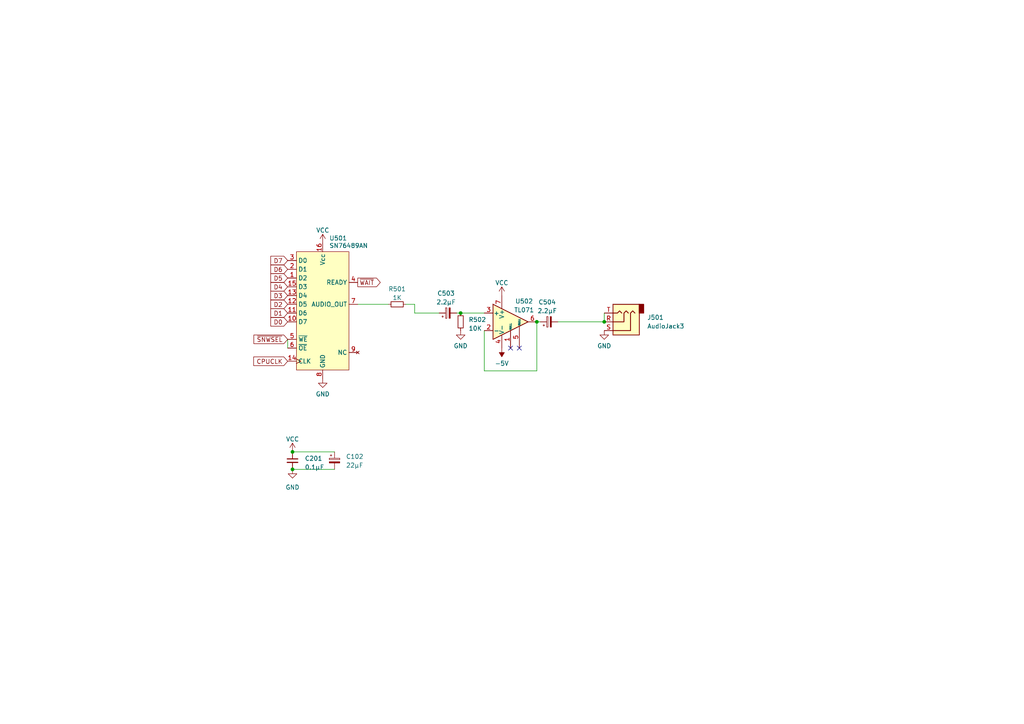
<source format=kicad_sch>
(kicad_sch (version 20230121) (generator eeschema)
  (paper "A4")
  (title_block (title "CoPicoVision") (date "2024-10-12") (rev "0.2") (company "(c) 2024 Jason R. Thorpe.  See LICENSE."))
  (lib_symbols
    (symbol "Amplifier_Operational:TL071" (pin_names (offset 0.127))
      (property "Reference" "U" (at 0 6.35 0))
      (property "Value" "TL071" (at 0 3.81 0))
      (symbol "TL071_0_1"
        (polyline (pts (xy -5.08 5.08) (xy 5.08 0) (xy -5.08 -5.08) (xy -5.08 5.08)) (stroke (width 0.254)) (fill (type background)))
      )
      (symbol "TL071_1_1"
        (pin input line (at 0 -7.62 90) (length 5.08) (name "NULL") (number "1"))
        (pin input line (at -7.62 -2.54 0) (length 2.54) (name "-") (number "2"))
        (pin input line (at -7.62 2.54 0) (length 2.54) (name "+") (number "3"))
        (pin power_in line (at -2.54 -7.62 90) (length 3.81) (name "V-") (number "4"))
        (pin input line (at 2.54 -7.62 90) (length 6.35) (name "NULL") (number "5"))
        (pin output line (at 7.62 0 180) (length 2.54) (name "~") (number "6"))
        (pin power_in line (at -2.54 7.62 270) (length 3.81) (name "V+") (number "7"))
        (pin no_connect line (at 0 2.54 270) (length 2.54) hide (name "NC") (number "8"))
      )
    )
    (symbol "Connector_Audio:AudioJack3"
      (property "Reference" "J" (at 0 8.89 0))
      (property "Value" "AudioJack3" (at 0 6.35 0))
      (symbol "AudioJack3_0_1"
        (rectangle (start -5.08 -5.08) (end -6.35 -2.54) (stroke (width 0.254)) (fill (type outline)))
        (polyline (pts (xy 0 -2.54) (xy 0.635 -3.175) (xy 1.27 -2.54) (xy 2.54 -2.54)) (stroke (width 0.254)))
        (polyline (pts (xy -1.905 -2.54) (xy -1.27 -3.175) (xy -0.635 -2.54) (xy -0.635 0) (xy 2.54 0)) (stroke (width 0.254)))
        (polyline (pts (xy 2.54 2.54) (xy -2.54 2.54) (xy -2.54 -2.54) (xy -3.175 -3.175) (xy -3.81 -2.54)) (stroke (width 0.254)))
        (rectangle (start 2.54 3.81) (end -5.08 -5.08) (stroke (width 0.254)) (fill (type background)))
      )
      (symbol "AudioJack3_1_1"
        (pin passive line (at 5.08 0 180) (length 2.54) (name "~") (number "R"))
        (pin passive line (at 5.08 2.54 180) (length 2.54) (name "~") (number "S"))
        (pin passive line (at 5.08 -2.54 180) (length 2.54) (name "~") (number "T"))
      )
    )
    (symbol "Device:C_Polarized_Small" (pin_numbers hide) (pin_names (offset 0.254) hide)
      (property "Reference" "C" (at 0.254 1.778 0))
      (property "Value" "C_Polarized_Small" (at 0.254 -2.032 0))
      (symbol "C_Polarized_Small_0_1"
        (rectangle (start -1.524 -0.3048) (end 1.524 -0.6858) (fill (type outline)))
        (rectangle (start -1.524 0.6858) (end 1.524 0.3048))
        (polyline (pts (xy -1.27 1.524) (xy -0.762 1.524)))
        (polyline (pts (xy -1.016 1.27) (xy -1.016 1.778)))
      )
      (symbol "C_Polarized_Small_1_1"
        (pin passive line (at 0 2.54 270) (length 1.8542) (name "~") (number "1"))
        (pin passive line (at 0 -2.54 90) (length 1.8542) (name "~") (number "2"))
      )
    )
    (symbol "Device:C_Small" (pin_numbers hide) (pin_names (offset 0.254) hide)
      (property "Reference" "C" (at 0.254 1.778 0))
      (property "Value" "C_Small" (at 0.254 -2.032 0))
      (symbol "C_Small_0_1"
        (polyline (pts (xy -1.524 -0.508) (xy 1.524 -0.508)) (stroke (width 0.3302)))
        (polyline (pts (xy -1.524 0.508) (xy 1.524 0.508)) (stroke (width 0.3048)))
      )
      (symbol "C_Small_1_1"
        (pin passive line (at 0 2.54 270) (length 2.032) (name "~") (number "1"))
        (pin passive line (at 0 -2.54 90) (length 2.032) (name "~") (number "2"))
      )
    )
    (symbol "Device:R_Small" (pin_numbers hide) (pin_names (offset 0.254) hide)
      (property "Reference" "R" (at 0.762 0.508 0))
      (property "Value" "R_Small" (at 0.762 -1.016 0))
      (symbol "R_Small_0_1"
        (rectangle (start -0.762 1.778) (end 0.762 -1.778) (stroke (width 0.2032)))
      )
      (symbol "R_Small_1_1"
        (pin passive line (at 0 2.54 270) (length 0.762) (name "~") (number "1"))
        (pin passive line (at 0 -2.54 90) (length 0.762) (name "~") (number "2"))
      )
    )
    (symbol "jrt-ICs:SN76489AN"
      (property "Reference" "U" (at 12.7 5.08 0))
      (property "Value" "SN76489AN" (at 15.24 2.54 0))
      (symbol "SN76489AN_1_1"
        (rectangle (start 0 0) (end 15.24 -34.29) (fill (type background)))
        (pin input line (at -2.54 -7.62 0) (length 2.54) (name "D2") (number "1"))
        (pin input line (at -2.54 -20.32 0) (length 2.54) (name "D7") (number "10"))
        (pin input line (at -2.54 -17.78 0) (length 2.54) (name "D6") (number "11"))
        (pin input line (at -2.54 -15.24 0) (length 2.54) (name "D5") (number "12"))
        (pin input line (at -2.54 -12.7 0) (length 2.54) (name "D4") (number "13"))
        (pin input clock (at -2.54 -31.75 0) (length 2.54) (name "CLK") (number "14"))
        (pin input line (at -2.54 -10.16 0) (length 2.54) (name "D3") (number "15"))
        (pin power_in line (at 7.62 2.54 270) (length 2.54) (name "Vcc") (number "16"))
        (pin input line (at -2.54 -5.08 0) (length 2.54) (name "D1") (number "2"))
        (pin input line (at -2.54 -2.54 0) (length 2.54) (name "D0") (number "3"))
        (pin open_collector line (at 17.78 -8.89 180) (length 2.54) (name "READY") (number "4"))
        (pin input line (at -2.54 -25.4 0) (length 2.54) (name "~{WE}") (number "5"))
        (pin input line (at -2.54 -27.94 0) (length 2.54) (name "~{OE}") (number "6"))
        (pin output line (at 17.78 -15.24 180) (length 2.54) (name "AUDIO_OUT") (number "7"))
        (pin power_in line (at 7.62 -36.83 90) (length 2.54) (name "GND") (number "8"))
        (pin no_connect line (at 17.78 -29.21 180) (length 2.54) (name "NC") (number "9"))
      )
    )
    (symbol "power:-5V" (power) (pin_names (offset 0))
      (property "Value" "-5V" (at 0 3.81 0))
      (symbol "-5V_0_0"
        (pin power_in line (at 0 0 90) (length 0) hide (name "-5V") (number "1"))
      )
      (symbol "-5V_0_1"
        (polyline (pts (xy 0 0) (xy 0 1.27) (xy 0.762 1.27) (xy 0 2.54) (xy -0.762 1.27) (xy 0 1.27)) (fill (type outline)))
      )
    )
    (symbol "power:GND" (power) (pin_names (offset 0))
      (property "Value" "GND" (at 0 -3.81 0))
      (symbol "GND_0_1"
        (polyline (pts (xy 0 0) (xy 0 -1.27) (xy 1.27 -1.27) (xy 0 -2.54) (xy -1.27 -1.27) (xy 0 -1.27)))
      )
      (symbol "GND_1_1"
        (pin power_in line (at 0 0 270) (length 0) hide (name "GND") (number "1"))
      )
    )
    (symbol "power:VCC" (power) (pin_names (offset 0))
      (property "Value" "VCC" (at 0 3.81 0))
      (symbol "VCC_0_1"
        (polyline (pts (xy -0.762 1.27) (xy 0 2.54)))
        (polyline (pts (xy 0 0) (xy 0 2.54)))
        (polyline (pts (xy 0 2.54) (xy 0.762 1.27)))
      )
      (symbol "VCC_1_1"
        (pin power_in line (at 0 0 90) (length 0) hide (name "VCC") (number "1"))
      )
    )
  )
  (junction (at 84.836 131.064))
  (junction (at 175.26 93.345))
  (junction (at 84.836 136.144))
  (junction (at 133.604 90.805))
  (junction (at 155.702 93.345))
  (no_connect (at 150.622 100.965))
  (no_connect (at 148.082 100.965))
  (wire (pts (xy 155.702 93.345) (xy 156.718 93.345)))
  (wire (pts (xy 175.26 90.805) (xy 175.26 93.345)))
  (wire (pts (xy 84.836 131.064) (xy 97.028 131.064)))
  (wire (pts (xy 161.798 93.345) (xy 175.26 93.345)))
  (wire (pts (xy 83.439 98.425) (xy 83.439 100.965)))
  (wire (pts (xy 103.759 88.265) (xy 112.649 88.265)))
  (wire (pts (xy 117.729 88.265) (xy 120.269 88.265)))
  (wire (pts (xy 84.836 136.144) (xy 97.028 136.144)))
  (wire (pts (xy 132.461 90.805) (xy 133.604 90.805)))
  (wire (pts (xy 133.604 90.805) (xy 140.462 90.805)))
  (wire (pts (xy 140.462 107.569) (xy 140.462 95.885)))
  (wire (pts (xy 155.702 93.345) (xy 155.702 107.569)))
  (wire (pts (xy 155.702 107.569) (xy 140.462 107.569)))
  (wire (pts (xy 120.269 88.265) (xy 120.269 90.805)))
  (wire (pts (xy 120.269 90.805) (xy 127.381 90.805)))
  (global_label "~{WAIT}" (shape output) (at 103.759 81.915 0) (property "Intersheetrefs" "${INTERSHEET_REFS}" (effects hide)))
  (global_label "D4" (shape input) (at 83.439 83.185 180) (property "Intersheetrefs" "${INTERSHEET_REFS}" (effects hide)))
  (global_label "D3" (shape input) (at 83.439 85.725 180) (property "Intersheetrefs" "${INTERSHEET_REFS}" (effects hide)))
  (global_label "D7" (shape input) (at 83.439 75.565 180) (property "Intersheetrefs" "${INTERSHEET_REFS}" (effects hide)))
  (global_label "D0" (shape input) (at 83.439 93.345 180) (property "Intersheetrefs" "${INTERSHEET_REFS}" (effects hide)))
  (global_label "~{SNWSEL}" (shape input) (at 83.439 98.425 180) (property "Intersheetrefs" "${INTERSHEET_REFS}" (effects hide)))
  (global_label "D5" (shape input) (at 83.439 80.645 180) (property "Intersheetrefs" "${INTERSHEET_REFS}" (effects hide)))
  (global_label "D6" (shape input) (at 83.439 78.105 180) (property "Intersheetrefs" "${INTERSHEET_REFS}" (effects hide)))
  (global_label "CPUCLK" (shape input) (at 83.439 104.775 180) (property "Intersheetrefs" "${INTERSHEET_REFS}" (effects hide)))
  (global_label "D2" (shape input) (at 83.439 88.265 180) (property "Intersheetrefs" "${INTERSHEET_REFS}" (effects hide)))
  (global_label "D1" (shape input) (at 83.439 90.805 180) (property "Intersheetrefs" "${INTERSHEET_REFS}" (effects hide)))
  (symbol (lib_id "power:GND") (at 93.599 109.855 0) (unit 1)
    (property "Reference" "#PWR0502" (effects hide))
    (property "Value" "GND" (at 93.599 114.3 0))
  )
  (symbol (lib_id "Device:C_Polarized_Small") (at 129.921 90.805 90) (unit 1)
    (property "Reference" "C503" (at 129.3749 85.09 90))
    (property "Value" "2.2µF" (at 129.3749 87.63 90))
    (property "Footprint" "Capacitor_THT:CP_Radial_D6.3mm_P2.50mm" (effects hide))
    (property "Mouser" "80-A750EQ477M1CAAE15" (effects hide))
  )
  (symbol (lib_id "Device:C_Polarized_Small") (at 159.258 93.345 90) (unit 1)
    (property "Reference" "C504" (at 158.7119 87.63 90))
    (property "Value" "2.2µF" (at 158.7119 90.17 90))
    (property "Footprint" "Capacitor_THT:CP_Radial_D6.3mm_P2.50mm" (effects hide))
    (property "Mouser" "80-A750EQ477M1CAAE15" (effects hide))
  )
  (symbol (lib_id "power:VCC") (at 84.836 131.064 0) (unit 1)
    (property "Reference" "#PWR0213" (effects hide))
    (property "Value" "VCC" (at 84.836 127.381 0))
    (instances (project "CoPicoVision" (path "" (reference "#PWR0213") (unit 1)) (path "" (reference "#PWR0503") (unit 1))))
  )
  (symbol (lib_id "Connector_Audio:AudioJack3") (at 180.34 93.345 180) (unit 1)
    (property "Reference" "J501" (at 187.706 92.075 0) (effects (justify right)))
    (property "Value" "AudioJack3" (at 187.706 94.615 0) (effects (justify right)))
    (property "Footprint" "Connector_Audio:Jack_3.5mm_CUI_SJ1-3523N_Horizontal" (effects hide))
    (property "Mouser" "490-SJ1-3523N" (effects hide))
  )
  (symbol (lib_id "power:-5V") (at 145.542 100.965 180) (unit 1)
    (property "Reference" "#PWR0505" (effects hide))
    (property "Value" "-5V" (at 145.542 105.41 0))
  )
  (symbol (lib_id "power:VCC") (at 93.599 70.485 0) (unit 1)
    (property "Reference" "#PWR0501" (effects hide))
    (property "Value" "VCC" (at 93.599 66.802 0))
  )
  (symbol (lib_id "power:GND") (at 133.604 95.885 0) (unit 1)
    (property "Reference" "#PWR0508" (effects hide))
    (property "Value" "GND" (at 133.604 100.33 0))
  )
  (symbol (lib_id "Device:C_Polarized_Small") (at 97.028 133.604 0) (unit 1)
    (property "Reference" "C102" (at 100.33 132.4229 0) (effects (justify left)))
    (property "Value" "22µF" (at 100.33 134.9629 0) (effects (justify left)))
    (property "Footprint" "Capacitor_THT:CP_Radial_D6.3mm_P2.50mm" (effects hide))
    (property "Mouser" "647-RNS1C220MDS1" (effects hide))
    (instances (project "CoPicoVision" (path "" (reference "C102") (unit 1)) (path "" (reference "C502") (unit 1))))
  )
  (symbol (lib_id "power:GND") (at 175.26 95.885 0) (unit 1)
    (property "Reference" "#PWR0506" (effects hide))
    (property "Value" "GND" (at 175.26 100.33 0))
  )
  (symbol (lib_id "power:VCC") (at 145.542 85.725 0) (unit 1)
    (property "Reference" "#PWR0507" (effects hide))
    (property "Value" "VCC" (at 145.542 82.042 0))
  )
  (symbol (lib_id "power:GND") (at 84.836 136.144 0) (unit 1)
    (property "Reference" "#PWR0212" (effects hide))
    (property "Value" "GND" (at 84.836 141.351 0))
    (instances (project "CoPicoVision" (path "" (reference "#PWR0212") (unit 1)) (path "" (reference "#PWR0504") (unit 1))))
  )
  (symbol (lib_id "Amplifier_Operational:TL071") (at 148.082 93.345 0) (unit 1)
    (property "Reference" "U502" (at 152.019 87.376 0))
    (property "Value" "TL071" (at 152.019 89.916 0))
    (property "Footprint" "Package_DIP:DIP-8_W7.62mm_Socket" (effects hide))
    (property "Datasheet" "http://www.ti.com/lit/ds/symlink/tl071.pdf" (effects hide))
  )
  (symbol (lib_id "Device:R_Small") (at 133.604 93.345 0) (unit 1)
    (property "Reference" "R502" (at 135.89 92.71 0) (effects (justify left)))
    (property "Value" "10K" (at 135.89 95.25 0) (effects (justify left)))
    (property "Footprint" "Resistor_SMD:R_0805_2012Metric_Pad1.20x1.40mm_HandSolder" (effects hide))
  )
  (symbol (lib_id "jrt-ICs:SN76489AN") (at 85.979 73.025 0) (unit 1)
    (property "Reference" "U501" (at 95.504 69.088 0) (effects (justify left)))
    (property "Value" "SN76489AN" (at 95.504 71.247 0) (effects (justify left)))
    (property "Footprint" "Package_DIP:DIP-16_W7.62mm_Socket" (effects hide))
  )
  (symbol (lib_id "Device:R_Small") (at 115.189 88.265 270) (unit 1)
    (property "Reference" "R501" (at 115.189 83.82 90))
    (property "Value" "1K" (at 115.189 86.36 90))
    (property "Footprint" "Resistor_SMD:R_0805_2012Metric_Pad1.20x1.40mm_HandSolder" (effects hide))
  )
  (symbol (lib_id "Device:C_Small") (at 84.836 133.604 0) (unit 1)
    (property "Reference" "C201" (at 88.392 132.9753 0) (effects (justify left)))
    (property "Value" "0.1µF" (at 88.392 135.5153 0) (effects (justify left)))
    (property "Footprint" "Capacitor_SMD:C_0805_2012Metric_Pad1.18x1.45mm_HandSolder" (effects hide))
    (property "Mouser" "81-RCER71E104K0A2H3B" (effects hide))
    (instances (project "CoPicoVision" (path "" (reference "C201") (unit 1)) (path "" (reference "C501") (unit 1))))
  )
)
</source>
